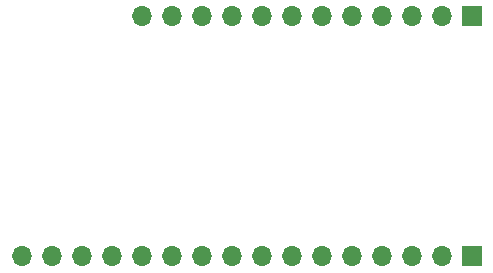
<source format=gbr>
%TF.GenerationSoftware,KiCad,Pcbnew,7.0.6-0*%
%TF.CreationDate,2023-10-22T23:09:20-07:00*%
%TF.ProjectId,esp32_daughtercard,65737033-325f-4646-9175-676874657263,1.0*%
%TF.SameCoordinates,Original*%
%TF.FileFunction,Soldermask,Bot*%
%TF.FilePolarity,Negative*%
%FSLAX46Y46*%
G04 Gerber Fmt 4.6, Leading zero omitted, Abs format (unit mm)*
G04 Created by KiCad (PCBNEW 7.0.6-0) date 2023-10-22 23:09:20*
%MOMM*%
%LPD*%
G01*
G04 APERTURE LIST*
%ADD10R,1.700000X1.700000*%
%ADD11O,1.700000X1.700000*%
G04 APERTURE END LIST*
D10*
%TO.C,J1*%
X172974000Y-86614000D03*
D11*
X170434000Y-86614000D03*
X167894000Y-86614000D03*
X165354000Y-86614000D03*
X162814000Y-86614000D03*
X160274000Y-86614000D03*
X157734000Y-86614000D03*
X155194000Y-86614000D03*
X152654000Y-86614000D03*
X150114000Y-86614000D03*
X147574000Y-86614000D03*
X145034000Y-86614000D03*
%TD*%
D10*
%TO.C,J2*%
X172974000Y-106934000D03*
D11*
X170434000Y-106934000D03*
X167894000Y-106934000D03*
X165354000Y-106934000D03*
X162814000Y-106934000D03*
X160274000Y-106934000D03*
X157734000Y-106934000D03*
X155194000Y-106934000D03*
X152654000Y-106934000D03*
X150114000Y-106934000D03*
X147574000Y-106934000D03*
X145034000Y-106934000D03*
X142494000Y-106934000D03*
X139954000Y-106934000D03*
X137414000Y-106934000D03*
X134874000Y-106934000D03*
%TD*%
M02*

</source>
